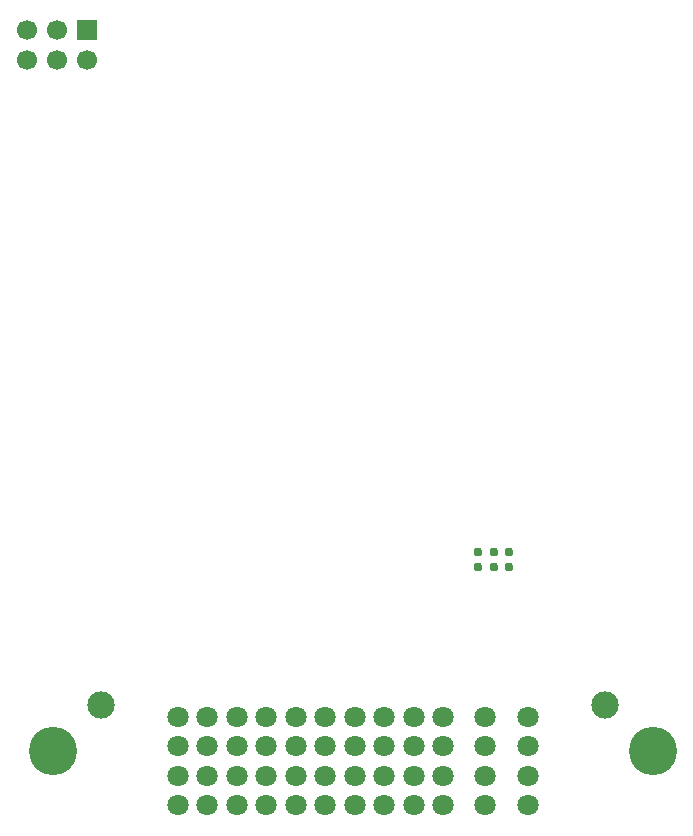
<source format=gbr>
%TF.GenerationSoftware,KiCad,Pcbnew,9.0.1*%
%TF.CreationDate,2025-10-29T09:39:47+01:00*%
%TF.ProjectId,ZoneECU,5a6f6e65-4543-4552-9e6b-696361645f70,rev?*%
%TF.SameCoordinates,Original*%
%TF.FileFunction,Soldermask,Bot*%
%TF.FilePolarity,Negative*%
%FSLAX46Y46*%
G04 Gerber Fmt 4.6, Leading zero omitted, Abs format (unit mm)*
G04 Created by KiCad (PCBNEW 9.0.1) date 2025-10-29 09:39:47*
%MOMM*%
%LPD*%
G01*
G04 APERTURE LIST*
%ADD10C,1.700000*%
%ADD11R,1.700000X1.700000*%
%ADD12C,4.089400*%
%ADD13C,2.311400*%
%ADD14C,1.803400*%
%ADD15C,0.770000*%
G04 APERTURE END LIST*
D10*
%TO.C,J2*%
X102460000Y-83000000D03*
X102460000Y-80460000D03*
X105000000Y-83000000D03*
X105000000Y-80460000D03*
X107540000Y-83000000D03*
D11*
X107540000Y-80460000D03*
%TD*%
D12*
%TO.C,J1*%
X104700000Y-141500000D03*
D13*
X108800005Y-137650000D03*
X151399996Y-137650000D03*
D12*
X155500000Y-141500000D03*
D14*
X115250002Y-138650001D03*
X115250002Y-141150001D03*
X115250002Y-143650001D03*
X115250002Y-146150001D03*
X117750002Y-138650001D03*
X117750002Y-141150001D03*
X117750002Y-143650001D03*
X117750002Y-146150001D03*
X120250002Y-138650001D03*
X120250002Y-141150001D03*
X120250002Y-143650001D03*
X120250002Y-146150001D03*
X122750002Y-138650001D03*
X122750002Y-141150001D03*
X122750002Y-143650001D03*
X122750002Y-146150001D03*
X125250000Y-138650001D03*
X125250000Y-141150001D03*
X125250000Y-143650001D03*
X125250000Y-146150001D03*
X127750000Y-138650001D03*
X127750000Y-141150001D03*
X127750000Y-143650001D03*
X127750000Y-146150001D03*
X130250000Y-138650001D03*
X130250000Y-141150001D03*
X130250000Y-143650001D03*
X130250000Y-146150001D03*
X132750000Y-138650001D03*
X132750000Y-141150001D03*
X132750000Y-143650001D03*
X132750000Y-146150001D03*
X135250000Y-138650001D03*
X135250000Y-141150001D03*
X135250000Y-143650001D03*
X135250000Y-146150001D03*
X137750000Y-138650001D03*
X137750000Y-141150001D03*
X137750000Y-143650001D03*
X137750000Y-146150001D03*
X141250000Y-138650001D03*
X141250000Y-141150001D03*
X141250000Y-143650001D03*
X141250000Y-146150001D03*
X144950000Y-138650001D03*
X144950000Y-141150001D03*
X144950000Y-143650001D03*
X144950000Y-146150001D03*
%TD*%
D15*
%TO.C,U7*%
X143300000Y-124700000D03*
X142000000Y-124700000D03*
X140700000Y-124700000D03*
X143300000Y-126000000D03*
X142000000Y-126000000D03*
X140700000Y-126000000D03*
%TD*%
M02*

</source>
